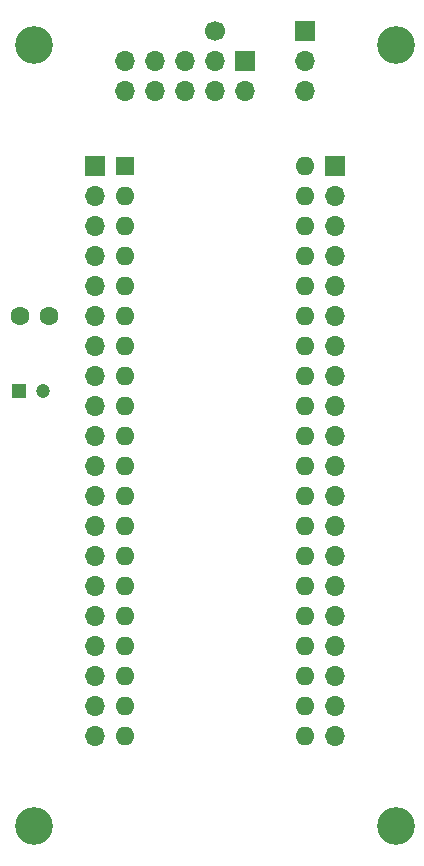
<source format=gbs>
G04 #@! TF.GenerationSoftware,KiCad,Pcbnew,(6.0.7)*
G04 #@! TF.CreationDate,2022-08-25T15:57:15-07:00*
G04 #@! TF.ProjectId,emu6802,656d7536-3830-4322-9e6b-696361645f70,rev?*
G04 #@! TF.SameCoordinates,Original*
G04 #@! TF.FileFunction,Soldermask,Bot*
G04 #@! TF.FilePolarity,Negative*
%FSLAX46Y46*%
G04 Gerber Fmt 4.6, Leading zero omitted, Abs format (unit mm)*
G04 Created by KiCad (PCBNEW (6.0.7)) date 2022-08-25 15:57:15*
%MOMM*%
%LPD*%
G01*
G04 APERTURE LIST*
%ADD10R,1.200000X1.200000*%
%ADD11C,1.200000*%
%ADD12R,1.700000X1.700000*%
%ADD13O,1.700000X1.700000*%
%ADD14C,1.600000*%
%ADD15C,3.200000*%
%ADD16R,1.600000X1.600000*%
%ADD17O,1.600000X1.600000*%
%ADD18C,1.700000*%
G04 APERTURE END LIST*
D10*
X54570000Y-85090000D03*
D11*
X56570000Y-85090000D03*
D12*
X81280000Y-66040000D03*
D13*
X81280000Y-68580000D03*
X81280000Y-71120000D03*
X81280000Y-73660000D03*
X81280000Y-76200000D03*
X81280000Y-78740000D03*
X81280000Y-81280000D03*
X81280000Y-83820000D03*
X81280000Y-86360000D03*
X81280000Y-88900000D03*
X81280000Y-91440000D03*
X81280000Y-93980000D03*
X81280000Y-96520000D03*
X81280000Y-99060000D03*
X81280000Y-101600000D03*
X81280000Y-104140000D03*
X81280000Y-106680000D03*
X81280000Y-109220000D03*
X81280000Y-111760000D03*
X81280000Y-114300000D03*
D12*
X73655000Y-57150000D03*
D13*
X73655000Y-59690000D03*
X71115000Y-57150000D03*
X71115000Y-59690000D03*
X68575000Y-57150000D03*
X68575000Y-59690000D03*
X66035000Y-57150000D03*
X66035000Y-59690000D03*
X63495000Y-57150000D03*
X63495000Y-59690000D03*
D14*
X54610000Y-78740000D03*
X57110000Y-78740000D03*
D15*
X86440000Y-122000000D03*
D16*
X63500000Y-66040000D03*
D17*
X63500000Y-68580000D03*
X63500000Y-71120000D03*
X63500000Y-73660000D03*
X63500000Y-76200000D03*
X63500000Y-78740000D03*
X63500000Y-81280000D03*
X63500000Y-83820000D03*
X63500000Y-86360000D03*
X63500000Y-88900000D03*
X63500000Y-91440000D03*
X63500000Y-93980000D03*
X63500000Y-96520000D03*
X63500000Y-99060000D03*
X63500000Y-101600000D03*
X63500000Y-104140000D03*
X63500000Y-106680000D03*
X63500000Y-109220000D03*
X63500000Y-111760000D03*
X63500000Y-114300000D03*
X78740000Y-114300000D03*
X78740000Y-111760000D03*
X78740000Y-109220000D03*
X78740000Y-106680000D03*
X78740000Y-104140000D03*
X78740000Y-101600000D03*
X78740000Y-99060000D03*
X78740000Y-96520000D03*
X78740000Y-93980000D03*
X78740000Y-91440000D03*
X78740000Y-88900000D03*
X78740000Y-86360000D03*
X78740000Y-83820000D03*
X78740000Y-81280000D03*
X78740000Y-78740000D03*
X78740000Y-76200000D03*
X78740000Y-73660000D03*
X78740000Y-71120000D03*
X78740000Y-68580000D03*
X78740000Y-66040000D03*
D15*
X55800000Y-122000000D03*
X55800000Y-55800000D03*
X86440000Y-55800000D03*
D18*
X71120000Y-54610000D03*
D12*
X60960000Y-66040000D03*
D13*
X60960000Y-68580000D03*
X60960000Y-71120000D03*
X60960000Y-73660000D03*
X60960000Y-76200000D03*
X60960000Y-78740000D03*
X60960000Y-81280000D03*
X60960000Y-83820000D03*
X60960000Y-86360000D03*
X60960000Y-88900000D03*
X60960000Y-91440000D03*
X60960000Y-93980000D03*
X60960000Y-96520000D03*
X60960000Y-99060000D03*
X60960000Y-101600000D03*
X60960000Y-104140000D03*
X60960000Y-106680000D03*
X60960000Y-109220000D03*
X60960000Y-111760000D03*
X60960000Y-114300000D03*
D12*
X78740000Y-54630000D03*
D13*
X78740000Y-57170000D03*
X78740000Y-59710000D03*
M02*

</source>
